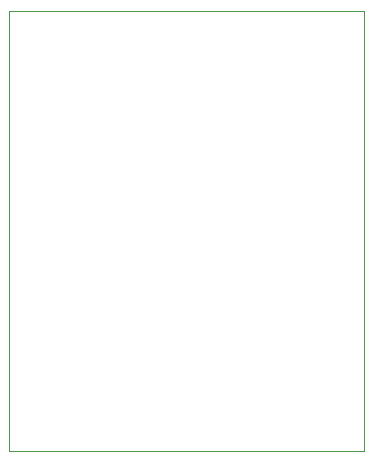
<source format=gbo>
G04*
G04 #@! TF.GenerationSoftware,Altium Limited,Altium Designer,20.1.11 (218)*
G04*
G04 Layer_Color=32896*
%FSLAX44Y44*%
%MOMM*%
G71*
G04*
G04 #@! TF.SameCoordinates,7590A8BC-6F61-42B1-8E90-CD4C0DD3AB11*
G04*
G04*
G04 #@! TF.FilePolarity,Positive*
G04*
G01*
G75*
%ADD15C,0.1000*%
D15*
X0Y0D02*
X300000D01*
X0D02*
Y372500D01*
X300000Y0D02*
Y372500D01*
X0D02*
X300000D01*
M02*

</source>
